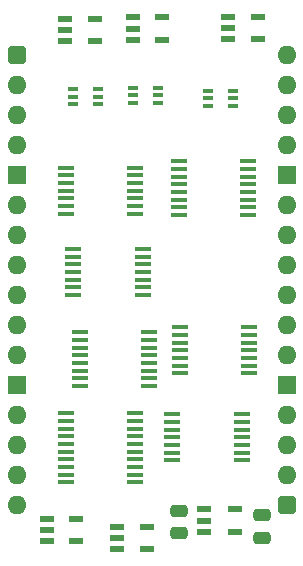
<source format=gts>
%TF.GenerationSoftware,KiCad,Pcbnew,7.0.5*%
%TF.CreationDate,2024-02-15T09:54:34+02:00*%
%TF.ProjectId,W65C816 Clock Hold,57363543-3831-4362-9043-6c6f636b2048,V1*%
%TF.SameCoordinates,PX525bfc0PY43d3480*%
%TF.FileFunction,Soldermask,Top*%
%TF.FilePolarity,Negative*%
%FSLAX46Y46*%
G04 Gerber Fmt 4.6, Leading zero omitted, Abs format (unit mm)*
G04 Created by KiCad (PCBNEW 7.0.5) date 2024-02-15 09:54:34*
%MOMM*%
%LPD*%
G01*
G04 APERTURE LIST*
G04 Aperture macros list*
%AMRoundRect*
0 Rectangle with rounded corners*
0 $1 Rounding radius*
0 $2 $3 $4 $5 $6 $7 $8 $9 X,Y pos of 4 corners*
0 Add a 4 corners polygon primitive as box body*
4,1,4,$2,$3,$4,$5,$6,$7,$8,$9,$2,$3,0*
0 Add four circle primitives for the rounded corners*
1,1,$1+$1,$2,$3*
1,1,$1+$1,$4,$5*
1,1,$1+$1,$6,$7*
1,1,$1+$1,$8,$9*
0 Add four rect primitives between the rounded corners*
20,1,$1+$1,$2,$3,$4,$5,0*
20,1,$1+$1,$4,$5,$6,$7,0*
20,1,$1+$1,$6,$7,$8,$9,0*
20,1,$1+$1,$8,$9,$2,$3,0*%
G04 Aperture macros list end*
%ADD10R,0.875000X0.450000*%
%ADD11RoundRect,0.400000X-0.400000X-0.400000X0.400000X-0.400000X0.400000X0.400000X-0.400000X0.400000X0*%
%ADD12O,1.600000X1.600000*%
%ADD13R,1.600000X1.600000*%
%ADD14R,1.250000X0.600000*%
%ADD15R,1.475000X0.450000*%
%ADD16R,1.450000X0.450000*%
%ADD17RoundRect,0.250000X0.475000X-0.250000X0.475000X0.250000X-0.475000X0.250000X-0.475000X-0.250000X0*%
%ADD18R,1.150000X0.600000*%
G04 APERTURE END LIST*
D10*
%TO.C,IC47*%
X9860000Y-2779000D03*
X9860000Y-3429000D03*
X9860000Y-4079000D03*
X11984000Y-4079000D03*
X11984000Y-3429000D03*
X11984000Y-2779000D03*
%TD*%
D11*
%TO.C,J1*%
X0Y0D03*
D12*
X0Y-2540000D03*
X0Y-5080000D03*
X0Y-7620000D03*
D13*
X0Y-10160000D03*
D12*
X0Y-12700000D03*
X0Y-15240000D03*
X0Y-17780000D03*
X0Y-20320000D03*
X0Y-22860000D03*
X0Y-25400000D03*
D13*
X0Y-27940000D03*
D12*
X0Y-30480000D03*
X0Y-33020000D03*
X0Y-35560000D03*
X0Y-38100000D03*
D11*
X22860000Y-38100000D03*
D12*
X22860000Y-35560000D03*
X22860000Y-33020000D03*
X22860000Y-30480000D03*
D13*
X22860000Y-27940000D03*
D12*
X22860000Y-25400000D03*
X22860000Y-22860000D03*
X22860000Y-20320000D03*
X22860000Y-17780000D03*
X22860000Y-15240000D03*
X22860000Y-12700000D03*
D13*
X22860000Y-10160000D03*
D12*
X22860000Y-7620000D03*
X22860000Y-5080000D03*
X22860000Y-2540000D03*
X22860000Y0D03*
%TD*%
D14*
%TO.C,IC28*%
X2560000Y-39309000D03*
X2560000Y-40259000D03*
X2560000Y-41209000D03*
X5060000Y-41209000D03*
X5060000Y-39309000D03*
%TD*%
D15*
%TO.C,IC26*%
X13191000Y-30435000D03*
X13191000Y-31085000D03*
X13191000Y-31735000D03*
X13191000Y-32385000D03*
X13191000Y-33035000D03*
X13191000Y-33685000D03*
X13191000Y-34335000D03*
X19067000Y-34335000D03*
X19067000Y-33685000D03*
X19067000Y-33035000D03*
X19067000Y-32385000D03*
X19067000Y-31735000D03*
X19067000Y-31085000D03*
X19067000Y-30435000D03*
%TD*%
%TO.C,IC31*%
X4792000Y-16450000D03*
X4792000Y-17100000D03*
X4792000Y-17750000D03*
X4792000Y-18400000D03*
X4792000Y-19050000D03*
X4792000Y-19700000D03*
X4792000Y-20350000D03*
X10668000Y-20350000D03*
X10668000Y-19700000D03*
X10668000Y-19050000D03*
X10668000Y-18400000D03*
X10668000Y-17750000D03*
X10668000Y-17100000D03*
X10668000Y-16450000D03*
%TD*%
D16*
%TO.C,IC30*%
X11180000Y-23506000D03*
X11180000Y-24156000D03*
X11180000Y-24806000D03*
X11180000Y-25456000D03*
X11180000Y-26106000D03*
X11180000Y-26756000D03*
X11180000Y-27406000D03*
X11180000Y-28056000D03*
X5330000Y-28056000D03*
X5330000Y-27406000D03*
X5330000Y-26756000D03*
X5330000Y-26106000D03*
X5330000Y-25456000D03*
X5330000Y-24806000D03*
X5330000Y-24156000D03*
X5330000Y-23506000D03*
%TD*%
D15*
%TO.C,IC22*%
X4174000Y-30349000D03*
X4174000Y-30999000D03*
X4174000Y-31649000D03*
X4174000Y-32299000D03*
X4174000Y-32949000D03*
X4174000Y-33599000D03*
X4174000Y-34249000D03*
X4174000Y-34899000D03*
X4174000Y-35549000D03*
X4174000Y-36199000D03*
X10050000Y-36199000D03*
X10050000Y-35549000D03*
X10050000Y-34899000D03*
X10050000Y-34249000D03*
X10050000Y-33599000D03*
X10050000Y-32949000D03*
X10050000Y-32299000D03*
X10050000Y-31649000D03*
X10050000Y-30999000D03*
X10050000Y-30349000D03*
%TD*%
D10*
%TO.C,IC21*%
X16164000Y-3033000D03*
X16164000Y-3683000D03*
X16164000Y-4333000D03*
X18288000Y-4333000D03*
X18288000Y-3683000D03*
X18288000Y-3033000D03*
%TD*%
D14*
%TO.C,IC29*%
X17927000Y3236000D03*
X17927000Y2286000D03*
X17927000Y1336000D03*
X20427000Y1336000D03*
X20427000Y3236000D03*
%TD*%
%TO.C,IC27*%
X9819000Y3170000D03*
X9819000Y2220000D03*
X9819000Y1270000D03*
X12319000Y1270000D03*
X12319000Y3170000D03*
%TD*%
D17*
%TO.C,C44*%
X20731000Y-40878000D03*
X20731000Y-38978000D03*
%TD*%
D10*
%TO.C,IC43*%
X4734000Y-2906000D03*
X4734000Y-3556000D03*
X4734000Y-4206000D03*
X6858000Y-4206000D03*
X6858000Y-3556000D03*
X6858000Y-2906000D03*
%TD*%
D15*
%TO.C,IC7*%
X10050000Y-9562000D03*
X10050000Y-10212000D03*
X10050000Y-10862000D03*
X10050000Y-11512000D03*
X10050000Y-12162000D03*
X10050000Y-12812000D03*
X10050000Y-13462000D03*
X4174000Y-13462000D03*
X4174000Y-12812000D03*
X4174000Y-12162000D03*
X4174000Y-11512000D03*
X4174000Y-10862000D03*
X4174000Y-10212000D03*
X4174000Y-9562000D03*
%TD*%
%TO.C,IC24*%
X19702000Y-23069000D03*
X19702000Y-23719000D03*
X19702000Y-24369000D03*
X19702000Y-25019000D03*
X19702000Y-25669000D03*
X19702000Y-26319000D03*
X19702000Y-26969000D03*
X13826000Y-26969000D03*
X13826000Y-26319000D03*
X13826000Y-25669000D03*
X13826000Y-25019000D03*
X13826000Y-24369000D03*
X13826000Y-23719000D03*
X13826000Y-23069000D03*
%TD*%
D14*
%TO.C,IC51*%
X8529000Y-39944000D03*
X8529000Y-40894000D03*
X8529000Y-41844000D03*
X11029000Y-41844000D03*
X11029000Y-39944000D03*
%TD*%
D18*
%TO.C,IC2*%
X15875000Y-38486000D03*
X15875000Y-39436000D03*
X15875000Y-40386000D03*
X18475000Y-40386000D03*
X18475000Y-38486000D03*
%TD*%
D17*
%TO.C,C43*%
X13746000Y-40497000D03*
X13746000Y-38597000D03*
%TD*%
D16*
%TO.C,IC23*%
X13712000Y-9028000D03*
X13712000Y-9678000D03*
X13712000Y-10328000D03*
X13712000Y-10978000D03*
X13712000Y-11628000D03*
X13712000Y-12278000D03*
X13712000Y-12928000D03*
X13712000Y-13578000D03*
X19562000Y-13578000D03*
X19562000Y-12928000D03*
X19562000Y-12278000D03*
X19562000Y-11628000D03*
X19562000Y-10978000D03*
X19562000Y-10328000D03*
X19562000Y-9678000D03*
X19562000Y-9028000D03*
%TD*%
D14*
%TO.C,IC44*%
X4104000Y3043000D03*
X4104000Y2093000D03*
X4104000Y1143000D03*
X6604000Y1143000D03*
X6604000Y3043000D03*
%TD*%
M02*

</source>
